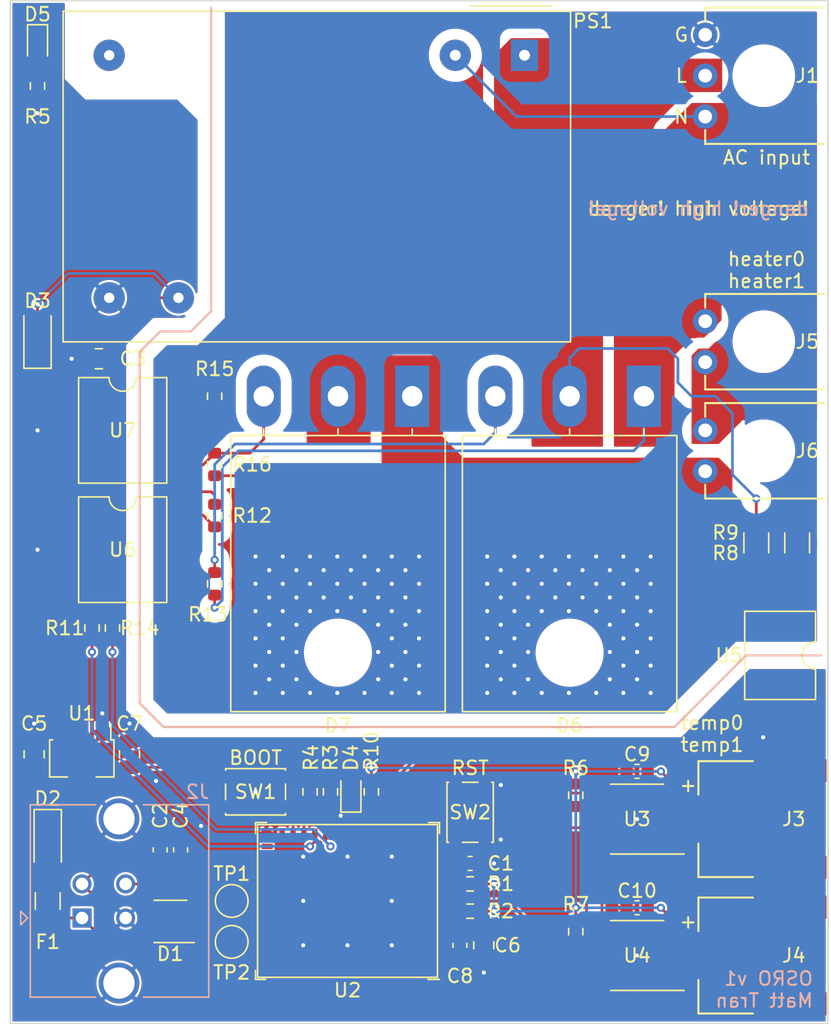
<source format=kicad_pcb>
(kicad_pcb (version 20221018) (generator pcbnew)
  (layers (0 "F.Cu" signal) (31 "B.Cu" signal) (34 "B.Paste" user) (35 "F.Paste" user) (36 "B.SilkS" user "B.Silkscreen") (37 "F.SilkS" user "F.Silkscreen") (38 "B.Mask" user) (39 "F.Mask" user) (44 "Edge.Cuts" user))
  (net 0 "")
  (net 1 "/EN")
  (net 2 "GND")
  (net 3 "/USB_D-")
  (net 4 "Net-(C3-Pad1)")
  (net 5 "/USB_D+")
  (net 6 "+5V")
  (net 7 "+3V3")
  (net 8 "Net-(D1-Pad4)")
  (net 9 "Net-(D2-Pad2)")
  (net 10 "Net-(D4-Pad2)")
  (net 11 "Net-(D5-Pad2)")
  (net 12 "/heater0/T1")
  (net 13 "/120V_HOT")
  (net 14 "Net-(D6-Pad3)")
  (net 15 "/heater1/T1")
  (net 16 "Net-(D7-Pad3)")
  (net 17 "Earth")
  (net 18 "/120V_NEUTRAL")
  (net 19 "/thermocouple0/T+")
  (net 20 "/thermocouple0/T-")
  (net 21 "/thermocouple1/T+")
  (net 22 "/thermocouple1/T-")
  (net 24 "/GPIO2")
  (net 25 "/GPIO8")
  (net 26 "/LED")
  (net 27 "/CS0")
  (net 28 "/CS1")
  (net 29 "Net-(R8-Pad2)")
  (net 30 "Net-(R9-Pad1)")
  (net 31 "/ZCD")
  (net 32 "/HEAT0")
  (net 33 "Net-(R11-Pad2)")
  (net 34 "Net-(R12-Pad2)")
  (net 35 "/HEAT1")
  (net 36 "Net-(R14-Pad2)")
  (net 37 "Net-(R15-Pad2)")
  (net 38 "/GPIO9")
  (net 39 "Net-(TP1-Pad1)")
  (net 40 "Net-(TP2-Pad1)")
  (net 42 "/MISO")
  (net 46 "/SCK")
  (footprint "Capacitor_SMD:C_0805_2012Metric" (layer "F.Cu") (at 155.25 140.25 -90)
    (fp_text reference "C6")
    (fp_text value "10u")
  )
  (footprint "Resistor_SMD:R_1206_3216Metric" (layer "F.Cu") (at 175.25 110.75 90)
    (fp_text reference "R9")
    (fp_text value "10k")
  )
  (footprint "Resistor_SMD:R_0603_1608Metric" (layer "F.Cu") (at 122.5 77.25 90)
    (fp_text reference "R5")
    (fp_text value "10k")
  )
  (footprint "extraparts:Molex_MicroFit+_RH_1row_2pin" (layer "F.Cu") (at 171.5 104 90)
    (fp_text reference "J6")
    (fp_text value "heat1")
  )
  (footprint "Package_DIP:SMDIP-6_W9.53mm_Clearance8mm" (layer "F.Cu") (at 128.75 102.5)
    (fp_text reference "U7")
    (fp_text value "MOC3021SM")
  )
  (footprint "Converter_ACDC:Converter_ACDC_MeanWell_IRM-03-xx_THT" (layer "F.Cu") (at 158.24 75.0025 -90)
    (fp_text reference "PS1")
    (fp_text value "IRM-03-5")
  )
  (footprint "Button_Switch_SMD:SW_SPST_PTS810" (layer "F.Cu") (at 138.5 129)
    (fp_text reference "SW1")
    (fp_text value "BOOT")
  )
  (footprint "extraparts:Molex_MicroFit+_RH_1row_2pin" (layer "F.Cu") (at 171.5 96 90)
    (fp_text reference "J5")
    (fp_text value "heat0")
  )
  (footprint "extraparts:Molex_DuraClik_RH_2pin" (layer "F.Cu") (at 180.5 141 90)
    (fp_text reference "J4")
    (fp_text value "temp1")
  )
  (footprint "Fuse:Fuse_1206_3216Metric" (layer "F.Cu") (at 123.25 137 90)
    (fp_text reference "F1")
    (fp_text value "500mA")
  )
  (footprint "Capacitor_SMD:C_0805_2012Metric" (layer "F.Cu") (at 129.25 126.25 90)
    (fp_text reference "C7")
    (fp_text value "10u")
  )
  (footprint "Package_TO_SOT_SMD:SOT-143" (layer "F.Cu") (at 132.25 138.5 180)
    (fp_text reference "D1")
    (fp_text value "PRTR5V0U2X")
  )
  (footprint "Capacitor_SMD:C_0603_1608Metric" (layer "F.Cu") (at 154.25 134.25)
    (fp_text reference "C1")
    (fp_text value "1u")
  )
  (footprint "Package_TO_SOT_THT:TO-3P-3_Horizontal_TabDown" (layer "F.Cu") (at 150 100 180)
    (fp_text reference "D7")
    (fp_text value "BTA41-600B")
  )
  (footprint "Resistor_SMD:R_0603_1608Metric" (layer "F.Cu") (at 147 129 -90)
    (fp_text reference "R10")
    (fp_text value "10k")
  )
  (footprint "Capacitor_SMD:C_0603_1608Metric" (layer "F.Cu") (at 133 133.25 90)
    (fp_text reference "C4")
    (fp_text value "22p")
  )
  (footprint "LED_SMD:LED_0603_1608Metric" (layer "F.Cu") (at 145.5 129 90)
    (fp_text reference "D4")
    (fp_text value "LED")
  )
  (footprint "Resistor_SMD:R_1206_3216Metric" (layer "F.Cu") (at 178.25 110.75 -90)
    (fp_text reference "R8")
    (fp_text value "10k")
  )
  (footprint "Resistor_SMD:R_0603_1608Metric" (layer "F.Cu") (at 154.25 137.75 180)
    (fp_text reference "R2")
    (fp_text value "10k")
  )
  (footprint "extraparts:Molex_MicroFit+_RH_1row_3pin" (layer "F.Cu") (at 171.5 76.5 90)
    (fp_text reference "J1")
    (fp_text value "120V")
  )
  (footprint "Resistor_SMD:R_0603_1608Metric" (layer "F.Cu") (at 135.5 113.75 -90)
    (fp_text reference "R13")
    (fp_text value "10k")
  )
  (footprint "Capacitor_SMD:C_0603_1608Metric" (layer "F.Cu") (at 166.5 127.5 180)
    (fp_text reference "C9")
    (fp_text value "100n")
  )
  (footprint "LED_SMD:LED_0603_1608Metric" (layer "F.Cu") (at 122.5 74.25 -90)
    (fp_text reference "D5")
    (fp_text value "PWR")
  )
  (footprint "Resistor_SMD:R_0603_1608Metric" (layer "F.Cu") (at 144 129 90)
    (fp_text reference "R4")
    (fp_text value "100")
  )
  (footprint "Capacitor_SMD:C_0805_2012Metric" (layer "F.Cu") (at 122.25 126.25 90)
    (fp_text reference "C5")
    (fp_text value "10u")
  )
  (footprint "TestPoint:TestPoint_Pad_D2.0mm" (layer "F.Cu") (at 136.75 140)
    (fp_text reference "TP2")
    (fp_text value "TX")
  )
  (footprint "Capacitor_SMD:C_0603_1608Metric" (layer "F.Cu") (at 166.5 137.5 180)
    (fp_text reference "C10")
    (fp_text value "100n")
  )
  (footprint "Capacitor_SMD:C_0805_2012Metric" (layer "F.Cu") (at 127 97.25 180)
    (fp_text reference "C3")
    (fp_text value "10u")
  )
  (footprint "TestPoint:TestPoint_Pad_D2.0mm" (layer "F.Cu") (at 136.75 137)
    (fp_text reference "TP1")
    (fp_text value "RX")
  )
  (footprint "Package_DIP:SMDIP-4_W9.53mm_Clearance8mm" (layer "F.Cu") (at 177 119 -90)
    (fp_text reference "U5")
    (fp_text value "SFH620A-2X007T")
  )
  (footprint "Diode_SMD:D_SOD-123F" (layer "F.Cu") (at 122.5 95.75 90)
    (fp_text reference "D3")
    (fp_text value "1A")
  )
  (footprint "Resistor_SMD:R_0603_1608Metric" (layer "F.Cu") (at 162 139.25 90)
    (fp_text reference "R7")
    (fp_text value "10k")
  )
  (footprint "Espressif:ESP32-C3-MINI-1U" (layer "F.Cu") (at 145.25 137 180)
    (fp_text reference "U2")
    (fp_text value "ESP32-C3-MINI-1U")
  )
  (footprint "Resistor_SMD:R_0603_1608Metric" (layer "F.Cu") (at 135.5 100 -90)
    (fp_text reference "R15")
    (fp_text value "22")
  )
  (footprint "Resistor_SMD:R_0603_1608Metric" (layer "F.Cu") (at 154.25 135.75 180)
    (fp_text reference "R1")
    (fp_text value "10k")
  )
  (footprint "Package_TO_SOT_THT:TO-3P-3_Horizontal_TabDown" (layer "F.Cu") (at 167 100 180)
    (fp_text reference "D6")
    (fp_text value "BTA41-600B")
  )
  (footprint "Package_DIP:SMDIP-6_W9.53mm_Clearance8mm" (layer "F.Cu") (at 128.75 111.25)
    (fp_text reference "U6")
    (fp_text value "MOC3021SM")
  )
  (footprint "Package_TO_SOT_SMD:SOT-89-3" (layer "F.Cu") (at 125.75 126.25 -90)
    (fp_text reference "U1")
    (fp_text value "AZ1117CR-3.3")
  )
  (footprint "Package_SO:SO-8_3.9x4.9mm_P1.27mm" (layer "F.Cu") (at 166.5 131 180)
    (fp_text reference "U3")
    (fp_text value "MAX6675")
  )
  (footprint "Package_SO:SO-8_3.9x4.9mm_P1.27mm" (layer "F.Cu") (at 166.5 141 180)
    (fp_text reference "U4")
    (fp_text value "MAX6675")
  )
  (footprint "Diode_SMD:D_SOD-123F" (layer "F.Cu") (at 123.25 132.5 -90)
    (fp_text reference "D2")
    (fp_text value "1A")
  )
  (footprint "Button_Switch_SMD:SW_SPST_PTS810" (layer "F.Cu") (at 154.25 130.5 -90)
    (fp_text reference "SW2")
    (fp_text value "RST")
  )
  (footprint "Capacitor_SMD:C_0603_1608Metric" (layer "F.Cu") (at 131.5 133.25 90)
    (fp_text reference "C2")
    (fp_text value "22p")
  )
  (footprint "Resistor_SMD:R_0603_1608Metric" (layer "F.Cu") (at 142.5 129 -90)
    (fp_text reference "R3")
    (fp_text value "10k")
  )
  (footprint "Resistor_SMD:R_0603_1608Metric" (layer "F.Cu") (at 128 117 90)
    (fp_text reference "R14")
    (fp_text value "100")
  )
  (footprint "extraparts:Molex_DuraClik_RH_2pin" (layer "F.Cu") (at 180.5 131 90)
    (fp_text reference "J3")
    (fp_text value "temp0")
  )
  (footprint "Capacitor_SMD:C_0603_1608Metric" (layer "F.Cu") (at 153.5 140.25 -90)
    (fp_text reference "C8")
    (fp_text value "100n")
  )
  (footprint "Resistor_SMD:R_0603_1608Metric" (layer "F.Cu") (at 135.5 108.75 -90)
    (fp_text reference "R12")
    (fp_text value "22")
  )
  (footprint "Resistor_SMD:R_0603_1608Metric" (layer "F.Cu") (at 135.5 105 -90)
    (fp_text reference "R16")
    (fp_text value "10k")
  )
  (footprint "Resistor_SMD:R_0603_1608Metric" (layer "F.Cu") (at 126.5 117 90)
    (fp_text reference "R11")
    (fp_text value "100")
  )
  (footprint "Resistor_SMD:R_0603_1608Metric" (layer "F.Cu") (at 162 129.25 90)
    (fp_text reference "R6")
    (fp_text value "10k")
  )
  (footprint "Connector_USB:USB_B_TE_5787834_Vertical" (layer "B.Cu") (at 125.7675 138.25 -90)
    (fp_text reference "J2")
    (fp_text value "USB_B")
  )
  (gr_line (start 131.75 124.25) (end 169.25 124.25) (stroke (width 0.15)) (layer "B.SilkS"))
  (gr_line (start 135.25 71.5) (end 135.25 93.75) (stroke (width 0.15)) (layer "B.SilkS"))
  (gr_line (start 135.25 93.75) (end 133.75 95.25) (stroke (width 0.15)) (layer "B.SilkS"))
  (gr_line (start 133.75 95.25) (end 131.5 95.25) (stroke (width 0.15)) (layer "B.SilkS"))
  (gr_line (start 135.25 71.5) (end 135.25 93.75) (stroke (width 0.15)) (layer "B.SilkS"))
  (gr_line (start 130 122.5) (end 131.75 124.25) (stroke (width 0.15)) (layer "B.SilkS"))
  (gr_line (start 131.5 95.25) (end 130 96.75) (stroke (width 0.15)) (layer "B.SilkS"))
  (gr_line (start 174.5 119) (end 180 119) (stroke (width 0.15)) (layer "B.SilkS"))
  (gr_line (start 131.5 95.25) (end 130 96.75) (stroke (width 0.15)) (layer "B.SilkS"))
  (gr_line (start 130 96.75) (end 130 122.5) (stroke (width 0.15)) (layer "B.SilkS"))
  (gr_line (start 133.75 95.25) (end 131.5 95.25) (stroke (width 0.15)) (layer "B.SilkS"))
  (gr_line (start 130 96.75) (end 130 122.5) (stroke (width 0.15)) (layer "B.SilkS"))
  (gr_line (start 169.25 124.25) (end 174.5 119) (stroke (width 0.15)) (layer "B.SilkS"))
  (gr_line (start 135.25 93.75) (end 133.75 95.25) (stroke (width 0.15)) (layer "B.SilkS"))
  (gr_line (start 130 122.5) (end 131.75 124.25) (stroke (width 0.15)) (layer "B.SilkS"))
  (gr_line (start 169.25 124.25) (end 174.5 119) (stroke (width 0.15)) (layer "B.SilkS"))
  (gr_line (start 174.5 119) (end 180 119) (stroke (width 0.15)) (layer "B.SilkS"))
  (gr_line (start 131.75 124.25) (end 169.25 124.25) (stroke (width 0.15)) (layer "B.SilkS"))
  (gr_line (start 145.75 124.25) (end 160.25 124.25) (stroke (width 0.15)) (layer "F.SilkS"))
  (gr_line (start 131.75 124.25) (end 143.25 124.25) (stroke (width 0.15)) (layer "F.SilkS"))
  (gr_line (start 130 118) (end 130 122.5) (stroke (width 0.15)) (layer "F.SilkS"))
  (gr_line (start 163 124.25) (end 169.25 124.25) (stroke (width 0.15)) (layer "F.SilkS"))
  (gr_line (start 170.5 123) (end 173.5 120) (stroke (width 0.15)) (layer "F.SilkS"))
  (gr_line (start 130 122.5) (end 131.75 124.25) (stroke (width 0.15)) (layer "F.SilkS"))
  (gr_rect (start 120.5 71) (end 180.5 146) (stroke (width 0.1)) (fill none) (layer "Edge.Cuts"))
  (gr_text "OSRO v1\nMatt Tran" (at 179.5 143.5) (layer "B.SilkS") (effects (font (size 1 1)) (justify left mirror)))
  (gr_text "danger! high voltage!" (at 171 86.25) (layer "B.SilkS") (effects (font (size 1 1)) (justify mirror)))
  (gr_text "RST" (at 154.25 127.25) (layer "F.SilkS") (effects (font (size 1 1))))
  (gr_text "danger! high voltage!" (at 171 86.25) (layer "F.SilkS") (effects (font (size 1 1))))
  (gr_text "L" (at 169.75 76.5) (layer "F.SilkS") (effects (font (size 1 1))))
  (gr_text "G" (at 169.75 73.5) (layer "F.SilkS") (effects (font (size 1 1))))
  (gr_text "+" (at 170.25 138.5) (layer "F.SilkS") (effects (font (size 1 1))))
  (gr_text "N" (at 169.75 79.5) (layer "F.SilkS") (effects (font (size 1 1))))
  (gr_text "AC input" (at 176 82.5) (layer "F.SilkS") (effects (font (size 1 1))))
  (gr_text "heater0\nheater1" (at 176 90.75) (layer "F.SilkS") (effects (font (size 1 1))))
  (gr_text "+" (at 170.25 128.5) (layer "F.SilkS") (effects (font (size 1 1))))
  (gr_text "temp0\ntemp1" (at 172 124.75) (layer "F.SilkS") (effects (font (size 1 1))))
  (gr_text "BOOT" (at 138.5 126.5) (layer "F.SilkS") (effects (font (size 1 1))))
  (segment (start 151.9 135.4) (end 152.25 135.75) (width 0.2) (layer "F.Cu") (net 1))
  (segment (start 153.475 134.25) (end 153.475 135.7) (width 0.2) (layer "F.Cu") (net 1))
  (segment (start 153.175 133.95) (end 153.475 134.25) (width 0.2) (layer "F.Cu") (net 1))
  (segment (start 151.15 135.4) (end 151.9 135.4) (width 0.2) (layer "F.Cu") (net 1))
  (segment (start 152.25 135.75) (end 153.425 135.75) (width 0.2) (layer "F.Cu") (net 1))
  (segment (start 153.175 132.575) (end 153.175 133.95) (width 0.2) (layer "F.Cu") (net 1))
  (segment (start 153.475 135.7) (end 153.425 135.75) (width 0.2) (layer "F.Cu") (net 1))
  (via (at 156 134.25) (size 0.6) (drill 0.3) (layers "F.Cu" "B.Cu") (net 2))
  (via (at 142 133.75) (size 0.6) (drill 0.3) (layers "F.Cu" "B.Cu") (net 2))
  (via (at 144.75 130.75) (size 0.6) (drill 0.3) (layers "F.Cu" "B.Cu") (net 2))
  (via (at 138.5 129) (size 0.6) (drill 0.3) (layers "F.Cu" "B.Cu") (net 2))
  (via (at 145.25 133.75) (size 0.6) (drill 0.3) (layers "F.Cu" "B.Cu") (net 2))
  (via (at 142 140.25) (size 0.6) (drill 0.3) (layers "F.Cu" "B.Cu") (net 2))
  (via (at 166.5 141) (size 0.6) (drill 0.3) (layers "F.Cu" "B.Cu") (net 2))
  (via (at 122.5 79.25) (size 0.6) (drill 0.3) (layers "F.Cu" "B.Cu") (net 2))
  (via (at 131.2 128.2) (size 0.6) (drill 0.3) (layers "F.Cu" "B.Cu") (net 2))
  (via (at 156.5 132.5) (size 0.6) (drill 0.3) (layers "F.Cu" "B.Cu") (net 2))
  (via (at 145.25 140.25) (size 0.6) (drill 0.3) (layers "F.Cu" "B.Cu") (net 2))
  (via (at 175.75 125) (size 0.6) (drill 0.3) (layers "F.Cu" "B.Cu") (net 2))
  (via (at 148.5 133.75) (size 0.6) (drill 0.3) (layers "F.Cu" "B.Cu") (net 2))
  (via (at 166.5 131) (size 0.6) (drill 0.3) (layers "F.Cu" "B.Cu") (net 2))
  (via (at 125 97.25) (size 0.6) (drill 0.3) (layers "F.Cu" "B.Cu") (net 2))
  (via (at 122.25 124) (size 0.6) (drill 0.3) (layers "F.Cu" "B.Cu") (net 2))
  (via (at 148.5 140.25) (size 0.6) (drill 0.3) (layers "F.Cu" "B.Cu") (net 2))
  (via (at 122.5 102.5) (size 0.6) (drill 0.3) (layers "F.Cu" "B.Cu") (net 2))
  (via (at 134.5 131.5) (size 0.6) (drill 0.3) (layers "F.Cu" "B.Cu") (net 2))
  (via (at 156.5 128.5) (size 0.6) (drill 0.3) (layers "F.Cu" "B.Cu") (net 2))
  (via (at 142 137) (size 0.6) (drill 0.3) (layers "F.Cu" "B.Cu") (net 2))
  (via (at 122.5 111.25) (size 0.6) (drill 0.3) (layers "F.Cu" "B.Cu") (net 2))
  (via (at 148.5 137) (size 0.6) (drill 0.3) (layers "F.Cu" "B.Cu") (net 2))
  (via (at 127.25 123.25) (size 0.6) (drill 0.3) (layers "F.Cu" "B.Cu") (net 2))
  (via (at 155.25 142.25) (size 0.6) (drill 0.3) (layers "F.Cu" "B.Cu") (net 2))
  (via (at 129.25 124) (size 0.6) (drill 0.3) (layers "F.Cu" "B.Cu") (net 2))
  (segment (start 125.7675 135.75) (end 126.7675 136.75) (width 0.2) (layer "F.Cu") (net 3))
  (segment (start 127.4925 134.025) (end 131.5 134.025) (width 0.2) (layer "F.Cu") (net 3))
  (segment (start 130.9 137.55) (end 131.15 137.55) (width 0.2) (layer "F.Cu") (net 3))
  (segment (start 130.1 136.75) (end 130.9 137.55) (width 0.2) (layer "F.Cu") (net 3))
  (segment (start 139.35 133.8) (end 134.425 133.8) (width 0.2) (layer "F.Cu") (net 3))
  (segment (start 133.875 133.25) (end 132.275 133.25) (width 0.2) (layer "F.Cu") (net 3))
  (segment (start 132.275 133.25) (end 131.5 134.025) (width 0.2) (layer "F.Cu") (net 3))
  (segment (start 126.7675 136.75) (end 130.1 136.75) (width 0.2) (layer "F.Cu") (net 3))
  (segment (start 134.425 133.8) (end 133.875 133.25) (width 0.2) (layer "F.Cu") (net 3))
  (segment (start 125.7675 135.75) (end 127.4925 134.025) (width 0.2) (layer "F.Cu") (net 3))
  (segment (start 122.5 94.35) (end 122.5 93.25) (width 0.2) (layer "F.Cu") (net 4))
  (segment (start 127.95 96.046155) (end 131.213655 92.7825) (width 0.2) (layer "F.Cu") (net 4))
  (segment (start 127.95 97.25) (end 127.95 96.046155) (width 0.2) (layer "F.Cu") (net 4))
  (segment (start 131.213655 92.7825) (end 132.84 92.7825) (width 0.2) (layer "F.Cu") (net 4))
  (via (at 122.5 93.25) (size 0.6) (drill 0.3) (layers "F.Cu" "B.Cu") (net 4))
  (segment (start 122.5 93.25) (end 124.75 91) (width 0.2) (layer "B.Cu") (net 4))
  (segment (start 131.0575 91) (end 132.84 92.7825) (width 0.2) (layer "B.Cu") (net 4))
  (segment (start 124.75 91) (end 131.0575 91) (width 0.2) (layer "B.Cu") (net 4))
  (segment (start 134.4 134.6) (end 134 135) (width 0.2) (layer "F.Cu") (net 5))
  (segment (start 139.35 134.6) (end 134.4 134.6) (width 0.2) (layer "F.Cu") (net 5))
  (segment (start 133.25 137.45) (end 133.25 135.75) (width 0.2) (layer "F.Cu") (net 5))
  (segment (start 133.25 135.75) (end 128.9675 135.75) (width 0.2) (layer "F.Cu") (net 5))
  (segment (start 133 134.025) (end 133.025 134.025) (width 0.2) (layer "F.Cu") (net 5))
  (segment (start 134 135) (end 133.25 135.75) (width 0.2) (layer "F.Cu") (net 5))
  (segment (start 133.35 137.55) (end 133.25 137.45) (width 0.2) (layer "F.Cu") (net 5))
  (segment (start 133.025 134.025) (end 134 135) (width 0.2) (layer "F.Cu") (net 5))
  (segment (start 122.5 97.15) (end 121.25 97.15) (width 0.2) (layer "F.Cu") (net 6))
  (segment (start 124.25 126.5) (end 123.55 127.2) (width 0.2) (layer "F.Cu") (net 6))
  (segment (start 124.25 124.6) (end 124.25 126.5) (width 0.2) (layer "F.Cu") (net 6))
  (segment (start 123.55 127.2) (end 123.3 127.2) (width 0.2) (layer "F.Cu") (net 6))
  (segment (start 122.25 127.2) (end 121.25 126.2) (width 0.2) (layer "F.Cu") (net 6))
  (segment (start 121.25 126.2) (end 121.25 97.15) (width 0.2) (layer "F.Cu") (net 6))
  (segment (start 123.25 131.1) (end 123.25 127.25) (width 0.2) (layer "F.Cu") (net 6))
  (segment (start 123.3 127.2) (end 122.25 127.2) (width 0.2) (layer "F.Cu") (net 6))
  (segment (start 123.25 127.25) (end 123.3 127.2) (width 0.2) (layer "F.Cu") (net 6))
  (segment (start 121.25 79.325) (end 122.5 78.075) (width 0.2) (layer "F.Cu") (net 6))
  (segment (start 121.25 97.15) (end 121.25 79.325) (width 0.2) (layer "F.Cu") (net 6))
  (segment (start 129.25 127.2) (end 142.55 127.2) (width 0.2) (layer "F.Cu") (net 7))
  (segment (start 125.75 124.6875) (end 125.75 127.25) (width 0.2) (layer "F.Cu") (net 7))
  (segment (start 125.75 127.25) (end 129.2 127.25) (width 0.2) (layer "F.Cu") (net 7))
  (segment (start 146.95 127.2) (end 147 127.25) (width 0.2) (layer "F.Cu") (net 7))
  (segment (start 153.425 139.4) (end 153.5 139.475) (width 0.2) (layer "F.Cu") (net 7))
  (segment (start 155.075 139.475) (end 155.25 139.3) (width 0.2) (layer "F.Cu") (net 7))
  (segment (start 153.5 139.475) (end 155.075 139.475) (width 0.2) (layer "F.Cu") (net 7))
  (segment (start 167.275 137.5) (end 168.25 137.5) (width 0.2) (layer "F.Cu") (net 7))
  (segment (start 169.075 138.325) (end 168.25 137.5) (width 0.2) (layer "F.Cu") (net 7))
  (segment (start 155.075 137.75) (end 156 137.75) (width 0.2) (layer "F.Cu") (net 7))
  (segment (start 151.15 139.4) (end 153.425 139.4) (width 0.2) (layer "F.Cu") (net 7))
  (segment (start 142.5 127.25) (end 142.55 127.2) (width 0.2) (layer "F.Cu") (net 7))
  (segment (start 155.075 137.75) (end 155.075 139.125) (width 0.2) (layer "F.Cu") (net 7))
  (segment (start 129.2 127.25) (end 129.25 127.2) (width 0.2) (layer "F.Cu") (net 7))
  (segment (start 155.075 139.125) (end 155.25 139.3) (width 0.2) (layer "F.Cu") (net 7))
  (segment (start 169.075 128.325) (end 168.25 127.5) (width 0.2) (layer "F.Cu") (net 7))
  (segment (start 162 128.425) (end 162 127.5) (width 0.2) (layer "F.Cu") (net 7))
  (segment (start 169.075 139.095) (end 169.075 138.325) (width 0.2) (layer "F.Cu") (net 7))
  (segment (start 142.55 127.2) (end 146.95 127.2) (width 0.2) (layer "F.Cu") (net 7))
  (segment (start 142.5 128.175) (end 142.5 127.25) (width 0.2) (layer "F.Cu") (net 7))
  (segment (start 162 138.425) (end 162 137.5) (width 0.2) (layer "F.Cu") (net 7))
  (segment (start 155.075 135.75) (end 156 135.75) (width 0.2) (layer "F.Cu") (net 7))
  (segment (start 167.275 127.5) (end 168.25 127.5) (width 0.2) (layer "F.Cu") (net 7))
  (segment (start 169.075 129.095) (end 169.075 128.325) (width 0.2) (layer "F.Cu") (net 7))
  (segment (start 147 128.175) (end 147 127.25) (width 0.2) (layer "F.Cu") (net 7))
  (via (at 168.25 127.5) (size 0.6) (drill 0.3) (layers "F.Cu" "B.Cu") (net 7))
  (via (at 162 137.5) (size 0.6) (drill 0.3) (layers "F.Cu" "B.Cu") (net 7))
  (via (at 168.25 137.5) (size 0.6) (drill 0.3) (layers "F.Cu" "B.Cu") (net 7))
  (via (at 156 137.75) (size 0.6) (drill 0.3) (layers "F.Cu" "B.Cu") (net 7))
  (via (at 156 135.75) (size 0.6) (drill 0.3) (layers "F.Cu" "B.Cu") (net 7))
  (via (at 162 127.5) (size 0.6) (drill 0.3) (layers "F.Cu" "B.Cu") (net 7))
  (via (at 147 127.25) (size 0.6) (drill 0.3) (layers "F.Cu" "B.Cu") (net 7))
  (segment (start 162 137.5) (end 162 127.5) (width 0.2) (layer "B.Cu") (net 7))
  (segment (start 162 137.5) (end 168.25 137.5) (width 0.2) (layer "B.Cu") (net 7))
  (segment (start 162 127.5) (end 168.25 127.5) (width 0.2) (layer "B.Cu") (net 7))
  (segment (start 156 137.75) (end 156 135.75) (width 0.2) (layer "B.Cu") (net 7))
  (segment (start 156 137.75) (end 161.75 137.75) (width 0.2) (layer "B.Cu") (net 7))
  (segment (start 147 127.25) (end 161.75 127.25) (width 0.2) (layer "B.Cu") (net 7))
  (segment (start 161.75 137.75) (end 162 137.5) (width 0.2) (layer "B.Cu") (net 7))
  (segment (start 161.75 127.25) (end 162 127.5) (width 0.2) (layer "B.Cu") (net 7))
  (segment (start 123.4 138.25) (end 123.25 138.4) (width 0.2) (layer "F.Cu") (net 8))
  (segment (start 131.15 139.45) (end 126.9675 139.45) (width 0.2) (layer "F.Cu") (net 8))
  (segment (start 126.9675 139.45) (end 125.7675 138.25) (width 0.2) (layer "F.Cu") (net 8))
  (segment (start 125.7675 138.25) (end 123.4 138.25) (width 0.2) (layer "F.Cu") (net 8))
  (segment (start 123.25 133.9) (end 123.25 135.6) (width 0.2) (layer "F.Cu") (net 9))
  (segment (start 144 128.175) (end 145.4625 128.175) (width 0.2) (layer "F.Cu") (net 10))
  (segment (start 145.4625 128.175) (end 145.5 128.2125) (width 0.2) (layer "F.Cu") (net 10))
  (segment (start 122.5 75.0375) (end 122.5 76.425) (width 0.2) (layer "F.Cu") (net 11))
  (segment (start 135.5 114.575) (end 135.5 115.5) (width 0.2) (layer "F.Cu") (net 12))
  (via (at 135.5 115.5) (size 0.6) (drill 0.3) (layers "F.Cu" "B.Cu") (net 12))
  (segment (start 135.5 115.5) (end 136.059511 114.940489) (width 0.2) (layer "B.Cu") (net 12))
  (segment (start 167 103.25) (end 167 100) (width 0.2) (layer "B.Cu") (net 12))
  (segment (start 166.25 104) (end 167 103.25) (width 0.2) (layer "B.Cu") (net 12))
  (segment (start 136.059511 105.190489) (end 137.25 104) (width 0.2) (layer "B.Cu") (net 12))
  (segment (start 136.059511 114.940489) (end 136.059511 105.190489) (width 0.2) (layer "B.Cu") (net 12))
  (segment (start 137.25 104) (end 166.25 104) (width 0.2) (layer "B.Cu") (net 12))
  (segment (start 135.5 99.175) (end 135.5 96.75) (width 0.2) (layer "F.Cu") (net 13))
  (segment (start 131.75 97.75) (end 132.75 96.75) (width 0.2) (layer "F.Cu") (net 13))
  (segment (start 135.5 107.25) (end 135.25 107) (width 0.2) (layer "F.Cu") (net 13))
  (segment (start 135.25 107) (end 132.5 107) (width 0.2) (layer "F.Cu") (net 13))
  (segment (start 132.5 107) (end 131.75 106.25) (width 0.2) (layer "F.Cu") (net 13))
  (segment (start 144 96.75) (end 144.55 97.3) (width 0.2) (layer "F.Cu") (net 13))
  (segment (start 175.25 109.2875) (end 175.25 107.5) (width 0.2) (layer "F.Cu") (net 13))
  (segment (start 135.5 107.925) (end 135.5 107.25) (width 0.2) (layer "F.Cu") (net 13))
  (segment (start 135.5 96.75) (end 144 96.75) (width 0.2) (layer "F.Cu") (net 13))
  (segment (start 131.75 106.25) (end 131.75 97.75) (width 0.2) (layer "F.Cu") (net 13))
  (segment (start 144.55 97.3) (end 144.55 100) (width 0.2) (layer "F.Cu") (net 13))
  (segment (start 132.75 96.75) (end 135.5 96.75) (width 0.2) (layer "F.Cu") (net 13))
  (via (at 175.25 107.5) (size 0.6) (drill 0.3) (layers "F.Cu" "B.Cu") (net 13))
  (segment (start 173.5 101.25) (end 172.25 100) (width 0.2) (layer "B.Cu") (net 13))
  (segment (start 175.25 107.5) (end 173.5 105.75) (width 0.2) (layer "B.Cu") (net 13))
  (segment (start 161.55 97.2) (end 161.55 100) (width 0.2) (layer "B.Cu") (net 13))
  (segment (start 168.75 96.5) (end 162.25 96.5) (width 0.2) (layer "B.Cu") (net 13))
  (segment (start 162.25 96.5) (end 161.55 97.2) (width 0.2) (layer "B.Cu") (net 13))
  (segment (start 169.5 97.25) (end 168.75 96.5) (width 0.2) (layer "B.Cu") (net 13))
  (segment (start 169.5 99) (end 169.5 97.25) (width 0.2) (layer "B.Cu") (net 13))
  (segment (start 172.25 100) (end 170.5 100) (width 0.2) (layer "B.Cu") (net 13))
  (segment (start 173.5 105.75) (end 173.5 101.25) (width 0.2) (layer "B.Cu") (net 13))
  (segment (start 170.5 100) (end 169.5 99) (width 0.2) (layer "B.Cu") (net 13))
  (segment (start 133.515 113.79) (end 134.635 113.79) (width 0.2) (layer "F.Cu") (net 14))
  (segment (start 135.5 112.925) (end 135.5 112) (width 0.2) (layer "F.Cu") (net 14))
  (segment (start 134.635 113.79) (end 135.5 112.925) (width 0.2) (layer "F.Cu") (net 14))
  (via (at 135.5 112) (size 0.6) (drill 0.3) (layers "F.Cu" "B.Cu") (net 14))
  (segment (start 137 103.5) (end 155.25 103.5) (width 0.2) (layer "B.Cu") (net 14))
  (segment (start 135.5 112) (end 135.5 105) (width 0.2) (layer "B.Cu") (net 14))
  (segment (start 155.25 103.5) (end 156.1 102.65) (width 0.2) (layer "B.Cu") (net 14))
  (segment (start 135.5 105) (end 137 103.5) (width 0.2) (layer "B.Cu") (net 14))
  (segment (start 156.1 102.65) (end 156.1 100) (width 0.2) (layer "B.Cu") (net 14))
  (segment (start 135.5 105.825) (end 148.675 105.825) (width 0.2) (layer "F.Cu") (net 15))
  (segment (start 148.675 105.825) (end 150 104.5) (width 0.2) (layer "F.Cu") (net 15))
  (segment (start 150 104.5) (end 150 100) (width 0.2) (layer "F.Cu") (net 15))
  (segment (start 139.1 103.15) (end 139.1 100) (width 0.2) (layer "F.Cu") (net 16))
  (segment (start 134.635 105.04) (end 135.5 104.175) (width 0.2) (layer "F.Cu") (net 16))
  (segment (start 135.5 104.175) (end 138.075 104.175) (width 0.2) (layer "F.Cu") (net 16))
  (segment (start 133.515 105.04) (end 134.635 105.04) (width 0.2) (layer "F.Cu") (net 16))
  (segment (start 138.075 104.175) (end 139.1 103.15) (width 0.2) (layer "F.Cu") (net 16))
  (via (at 147.5 116.75) (size 0.6) (drill 0.3) (layers "F.Cu" "B.Cu") (net 17))
  (via (at 159.5 115.75) (size 0.6) (drill 0.3) (layers "F.Cu" "B.Cu") (net 17))
  (via (at 143.5 114.75) (size 0.6) (drill 0.3) (layers "F.Cu" "B.Cu") (net 17))
  (via (at 166.5 112.75) (size 0.6) (drill 0.3) (layers "F.Cu" "B.Cu") (net 17))
  (via (at 142.5 111.75) (size 0.6) (drill 0.3) (layers "F.Cu" "B.Cu") (net 17))
  (via (at 166.5 120.75) (size 0.6) (drill 0.3) (layers "F.Cu" "B.Cu") (net 17))
  (via (at 164.5 112.75) (size 0.6) (drill 0.3) (layers "F.Cu" "B.Cu") (net 17))
  (via (at 142.5 121.75) (size 0.6) (drill 0.3) (layers "F.Cu" "B.Cu") (net 17))
  (via (at 157.5 117.75) (size 0.6) (drill 0.3) (layers "F.Cu" "B.Cu") (net 17))
  (via (at 165.5 117.75) (size 0.6) (drill 0.3) (layers "F.Cu" "B.Cu") (net 17))
  (via (at 167.5 113.75) (size 0.6) (drill 0.3) (layers "F.Cu" "B.Cu") (net 17))
  (via (at 148.5 121.75) (size 0.6) (drill 0.3) (layers "F.Cu" "B.Cu") (net 17))
  (via (at 157.5 113.75) (size 0.6) (drill 0.3) (layers "F.Cu" "B.Cu") (net 17))
  (via (at 141.5 112.75) (size 0.6) (drill 0.3) (layers "F.Cu" "B.Cu") (net 17))
  (via (at 138.5 121.75) (size 0.6) (drill 0.3) (layers "F.Cu" "B.Cu") (net 17))
  (via (at 164.5 116.75) (size 0.6) (drill 0.3) (layers "F.Cu" "B.Cu") (net 17))
  (via (at 158.5 114.75) (size 0.6) (drill 0.3) (layers "F.Cu" "B.Cu") (net 17))
  (via (at 140.5 115.75) (size 0.6) (drill 0.3) (layers "F.Cu" "B.Cu") (net 17))
  (via (at 148.5 111.75) (size 0.6) (drill 0.3) (layers "F.Cu" "B.Cu") (net 17))
  (via (at 167.5 121.75) (size 0.6) (drill 0.3) (layers "F.Cu" "B.Cu") (net 17))
  (via (at 158.5 120.75) (size 0.6) (drill 0.3) (layers "F.Cu" "B.Cu") (net 17))
  (via (at 148.5 113.75) (size 0.6) (drill 0.3) (layers "F.Cu" "B.Cu") (net 17))
  (via (at 163.5 111.75) (size 0.6) (drill 0.3) (layers "F.Cu" "B.Cu") (net 17))
  (via (at 150.5 111.75) (size 0.6) (drill 0.3) (layers "F.Cu" "B.Cu") (net 17))
  (via (at 139.5 114.75) (size 0.6) (drill 0.3) (layers "F.Cu" "B.Cu") (net 17))
  (via (at 156.5 118.75) (size 0.6) (drill 0.3) (layers "F.Cu" "B.Cu") (net 17))
  (via (at 146.5 113.75) (size 0.6) (drill 0.3) (layers "F.Cu" "B.Cu") (net 17))
  (via (at 148.5 117.75) (size 0.6) (drill 0.3) (layers "F.Cu" "B.Cu") (net 17))
  (via (at 167.5 111.75) (size 0.6) (drill 0.3) (layers "F.Cu" "B.Cu") (net 17))
  (via (at 160.5 112.75) (size 0.6) (drill 0.3) (layers "F.Cu" "B.Cu") (net 17))
  (via (at 148.5 115.75) (size 0.6) (drill 0.3) (layers "F.Cu" "B.Cu") (net 17))
  (via (at 155.5 119.75) (size 0.6) (drill 0.3) (layers "F.Cu" "B.Cu") (net 17))
  (via (at 139.5 118.75) (size 0.6) (drill 0.3) (layers "F.Cu" "B.Cu") (net 17))
  (via (at 141.5 120.75) (size 0.6) (drill 0.3) (layers "F.Cu" "B.Cu") (net 17))
  (via (at 138.5 119.75) (size 0.6) (drill 0.3) (layers "F.Cu" "B.Cu") (net 17))
  (via (at 163.5 115.75) (size 0.6) (drill 0.3) (layers "F.Cu" "B.Cu") (net 17))
  (via (at 150.5 121.75) (size 0.6) (drill 0.3) (layers "F.Cu" "B.Cu") (net 17))
  (via (at 141.5 114.75) (size 0.6) (drill 0.3) (layers "F.Cu" "B.Cu") (net 17))
  (via (at 149.5 120.75) (size 0.6) (drill 0.3) (layers "F.Cu" "B.Cu") (net 17))
  (via (at 145.5 114.75) (size 0.6) (drill 0.3) (layers "F.Cu" "B.Cu") (net 17))
  (via (at 161.5 113.75) (size 0.6) (drill 0.3) (layers "F.Cu" "B.Cu") (net 17))
  (via (at 138.5 111.75) (size 0.6) (drill 0.3) (layers "F.Cu" "B.Cu") (net 17))
  (via (at 166.5 118.75) (size 0.6) (drill 0.3) (layers "F.Cu" "B.Cu") (net 17))
  (via (at 156.5 120.75) (size 0.6) (drill 0.3) (layers "F.Cu" "B.Cu") (net 17))
  (via (at 144.5 111.75) (size 0.6) (drill 0.3) (layers "F.Cu" "B.Cu") (net 17))
  (via (at 140.5 117.75) (size 0.6) (drill 0.3) (layers "F.Cu" "B.Cu") (net 17))
  (via (at 156.5 116.75) (size 0.6) (drill 0.3) (layers "F.Cu" "B.Cu") (net 17))
  (via (at 167.5 115.75) (size 0.6) (drill 0.3) (layers "F.Cu" "B.Cu") (net 17))
  (via (at 140.5 119.75) (size 0.6) (drill 0.3) (layers "F.Cu" "B.Cu") (net 17))
  (via (at 150.5 117.75) (size 0.6) (drill 0.3) (layers "F.Cu" "B.Cu") (net 17))
  (via (at 155.5 115.75) (size 0.6) (drill 0.3) (layers "F.Cu" "B.Cu") (net 17))
  (via (at 157.5 119.75) (size 0.6) (drill 0.3) (layers "F.Cu" "B.Cu") (net 17))
  (via (at 147.5 118.75) (size 0.6) (drill 0.3) (layers "F.Cu" "B.Cu") (net 17))
  (via (at 167.5 117.75) (size 0.6) (drill 0.3) (layers "F.Cu" "B.Cu") (net 17))
  (via (at 138.5 117.75) (size 0.6) (drill 0.3) (layers "F.Cu" "B.Cu") (net 17))
  (via (at 160.5 114.75) (size 0.6) (drill 0.3) (layers "F.Cu" "B.Cu") (net 17))
  (via (at 155.5 121.75) (size 0.6) (drill 0.3) (layers "F.Cu" "B.Cu") (net 17))
  (via (at 155.5 117.75) (size 0.6) (drill 0.3) (layers "F.Cu" "B.Cu") (net 17))
  (via (at 156.5 114.75) (size 0.6) (drill 0.3) (layers "F.Cu" "B.Cu") (net 17))
  (via (at 140.5 113.75) (size 0.6) (drill 0.3) (layers "F.Cu" "B.Cu") (net 17))
  (via (at 155.5 113.75) (size 0.6) (drill 0.3) (layers "F.Cu" "B.Cu") (net 17))
  (via (at 147.5 112.75) (size 0.6) (drill 0.3) (layers "F.Cu" "B.Cu") (net 17))
  (via (at 147.5 120.75) (size 0.6) (drill 0.3) (layers "F.Cu" "B.Cu") (net 17))
  (via (at 164.5 120.75) (size 0.6) (drill 0.3) (layers "F.Cu" "B.Cu") (net 17))
  (via (at 147.5 114.75) (size 0.6) (drill 0.3) (layers "F.Cu" "B.Cu") (net 17))
  (via (at 157.5 111.75) (size 0.6) (drill 0.3) (layers "F.Cu" "B.Cu") (net 17))
  (via (at 155.5 111.75) (size 0.6) (drill 0.3) (layers "F.Cu" "B.Cu") (net 17))
  (via (at 159.5 113.75) (size 0.6) (drill 0.3) (layers "F.Cu" "B.Cu") (net 17))
  (via (at 167.5 119.75) (size 0.6) (drill 0.3) (layers "F.Cu" "B.Cu") (net 17))
  (via (at 165.5 111.75) (size 0.6) (drill 0.3) (layers "F.Cu" "B.Cu") (net 17))
  (via (at 150.5 113.75) (size 0.6) (drill 0.3) (layers "F.Cu" "B.Cu") (net 17))
  (via (at 164.5 118.75) (size 0.6) (drill 0.3) (layers "F.Cu" "B.Cu") (net 17))
  (via (at 159.5 111.75) (size 0.6) (drill 0.3) (layers "F.Cu" "B.Cu") (net 17))
  (via (at 140.5 121.75) (size 0.6) (drill 0.3) (layers "F.Cu" "B.Cu") (net 17))
  (via (at 166.5 116.75) (size 0.6) (drill 0.3) (layers "F.Cu" "B.Cu") (net 17))
  (via (at 141.5 118.75) (size 0.6) (drill 0.3) (layers "F.Cu" "B.Cu") (net 17))
  (via (at 162.5 114.75) (size 0.6) (drill 0.3) (layers "F.Cu" "B.Cu") (net 17))
  (via (at 142.5 113.75) (size 0.6) (drill 0.3) (layers "F.Cu" "B.Cu") (net 17))
  (via (at 158.5 118.75) (size 0.6) (drill 0.3) (layers "F.Cu" "B.Cu") (net 17))
  (via (at 140.5 111.75) (size 0.6) (drill 0.3) (layers "F.Cu" "B.Cu") (net 17))
  (via (at 163.5 113.75) (size 0.6) (drill 0.3) (layers "F.Cu" "B.Cu") (net 17))
  (via (at 163.5 121.75) (size 0.6) (drill 0.3) (layers "F.Cu" "B.Cu") (net 17))
  (via (at 165.5 113.75) (size 0.6) (drill 0.3) (layers "F.Cu" "B.Cu") (net 17))
  (via (at 146.5 121.75) (size 0.6) (drill 0.3) (layers "F.Cu" "B.Cu") (net 17))
  (via (at 149.5 118.75) (size 0.6) (drill 0.3) (layers "F.Cu" "B.Cu") (net 17))
  (via (at 139.5 120.75) (size 0.6) (drill 0.3) (layers "F.Cu" "B.Cu") (net 17))
  (via (at 149.5 114.75) (size 0.6) (drill 0.3) (layers "F.Cu" "B.Cu") (net 17))
  (via (at 162.5 112.75) (size 0.6) (drill 0.3) (layers "F.Cu" "B.Cu") (net 17))
  (via (at 161.5 115.75) (size 0.6) (drill 0.3) (layers "F.Cu" "B.Cu") (net 17))
  (via (at 138.5 113.75) (size 0.6) (drill 0.3) (layers "F.Cu" "B.Cu") (net 17))
  (via (at 165.5 119.75) (size 0.6) (drill 0.3) (layers "F.Cu" "B.Cu") (net 17))
  (via (at 158.5 116.75) (size 0.6) (drill 0.3) (layers "F.Cu" "B.Cu") (net 17))
  (via (at 165.5 121.75) (size 0.6) (drill 0.3) (layers "F.Cu" "B.Cu") (net 17))
  (via (at 142.5 115.75) (size 0.6) (drill 0.3) (layers "F.Cu" "B.Cu") (net 17))
  (via (at 145.5 112.75) (size 0.6) (drill 0.3) (layers "F.Cu" "B.Cu") (net 17))
  (via (at 164.5 114.75) (size 0.6) (drill 0.3) (layers "F.Cu" "B.Cu") (net 17))
  (via (at 166.5 114.75) (size 0.6) (drill 0.3) (layers "F.Cu" "B.Cu") (net 17))
  (via (at 156.5 112.75) (size 0.6) (drill 0.3) (layers "F.Cu" "B.Cu") (net 17))
  (via (at 144.5 115.75) (size 0.6) (drill 0.3) (layers "F.Cu" "B.Cu") (net 17))
  (via (at 139.5 116.75) (size 0.6) (drill 0.3) (layers "F.Cu" "B.Cu") (net 17))
  (via (at 161.5 111.75) (size 0.6) (drill 0.3) (layers "F.Cu" "B.Cu") (net 17))
  (via (at 165.5 115.75) (size 0.6) (drill 0.3) (layers "F.Cu" "B.Cu") (net 17))
  (via (at 146.5 111.75) (size 0.6) (drill 0.3) (layers "F.Cu" "B.Cu") (net 17))
  (via (at 146.5 115.75) (size 0.6) (drill 0.3) (layers "F.Cu" "B.Cu") (net 17))
  (via (at 159.5 121.75) (size 0.6) (drill 0.3) (layers "F.Cu" "B.Cu") (net 17))
  (via (at 144.5 113.75) (size 0.6) (drill 0.3) (layers "F.Cu" "B.Cu") (net 17))
  (via (at 161.5 121.75) (size 0.6) (drill 0.3) (layers "F.Cu" "B.Cu") (net 17))
  (via (at 138.5 115.75) (size 0.6) (drill 0.3) (layers "F.Cu" "B.Cu") (net 17))
  (via (at 157.5 121.75) (size 0.6) (drill 0.3) (layers "F.Cu" "B.Cu") (net 17))
  (via (at 149.5 112.75) (size 0.6) (drill 0.3) (layers "F.Cu" "B.Cu") (net 17))
  (via (at 149.5 116.75) (size 0.6) (drill 0.3) (layers "F.Cu" "B.Cu") (net 17))
  (via (at 157.5 115.75) (size 0.6) (drill 0.3) (layers "F.Cu" "B.Cu") (net 17))
  (via (at 148.5 119.75) (size 0.6) (drill 0.3) (layers "F.Cu" "B.Cu") (net 17))
  (via (at 141.5 116.75) (size 0.6) (drill 0.3) (layers "F.Cu" "B.Cu") (net 17))
  (via (at 150.5 115.75) (size 0.6) (drill 0.3) (layers "F.Cu" "B.Cu") (net 17))
  (via (at 150.5 119.75) (size 0.6) (drill 0.3) (layers "F.Cu" "B.Cu") (net 17))
  (via (at 139.5 112.75) (size 0.6) (drill 0.3) (layers "F.Cu" "B.Cu") (net 17))
  (via (at 143.5 112.75) (size 0.6) (drill 0.3) (layers "F.Cu" "B.Cu") (net 17))
  (via (at 144.5 121.75) (size 0.6) (drill 0.3) (layers "F.Cu" "B.Cu") (net 17))
  (via (at 158.5 112.75) (size 0.6) (drill 0.3) (layers "F.Cu" "B.Cu") (net 17))
  (segment (start 178.25 109.2875) (end 178.25 101.5) (width 0.2) (layer "F.Cu") (net 18))
  (segment (start 178 101.25) (end 172.75 101.25) (width 0.2) (layer "F.Cu") (net 18))
  (segment (start 172.75 101.25) (end 171.5 102.5) (width 0.2) (layer "F.Cu") (net 18))
  (segment (start 178.25 101.5) (end 178 101.25) (width 0.2) (layer "F.Cu") (net 18))
  (segment (start 171.5 79.5) (end 157.6575 79.5) (width 0.2) (layer "B.Cu") (net 18))
  (segment (start 157.6575 79.5) (end 153.16 75.0025) (width 0.2) (layer "B.Cu") (net 18))
  (segment (start 171.905 130.365) (end 169.075 130.365) (width 0.2) (layer "F.Cu") (net 19))
  (segment (start 172.27 130) (end 171.905 130.365) (width 0.2) (layer "F.Cu") (net 19))
  (segment (start 171.905 131.635) (end 172.27 132) (width 0.2) (layer "F.Cu") (net 20))
  (segment (start 169.075 131.635) (end 171.905 131.635) (width 0.2) (layer "F.Cu") (net 20))
  (segment (start 171.905 140.365) (end 172.27 140) (width 0.2) (layer "F.Cu") (net 21))
  (segment (start 169.075 140.365) (end 171.905 140.365) (width 0.2) (layer "F.Cu") (net 21))
  (segment (start 171.905 141.635) (end 172.27 142) (width 0.2) (layer "F.Cu") (net 22))
  (segment (start 169.075 141.635) (end 171.905 141.635) (width 0.2) (layer "F.Cu") (net 22))
  (segment (start 151.15 137.8) (end 153.375 137.8) (width 0.2) (layer "F.Cu") (net 24))
  (segment (start 153.375 137.8) (end 153.425 137.75) (width 0.2) (layer "F.Cu") (net 24))
  (segment (start 142.05 131.45) (end 142.5 131) (width 0.2) (layer "F.Cu") (net 25))
  (segment (start 142.05 132.1) (end 142.05 131.45) (width 0.2) (layer "F.Cu") (net 25))
  (segment (start 142.5 131) (end 142.5 129.825) (width 0.2) (layer "F.Cu") (net 25))
  (segment (start 144.45 131.45) (end 144 131) (width 0.2) (layer "F.Cu") (net 26))
  (segment (start 144.45 132.1) (end 144.45 131.45) (width 0.2) (layer "F.Cu") (net 26))
  (segment (start 144 131) (end 144 129.825) (width 0.2) (layer "F.Cu") (net 26))
  (segment (start 150.385 130.365) (end 161.885 130.365) (width 0.2) (layer "F.Cu") (net 27))
  (segment (start 162 130.25) (end 161.885 130.365) (width 0.2) (layer "F.Cu") (net 27))
  (segment (start 149.25 132.1) (end 149.25 131.5) (width 0.2) (layer "F.Cu") (net 27))
  (segment (start 162 130.075) (end 162 130.25) (width 0.2) (layer "F.Cu") (net 27))
  (segment (start 161.885 130.365) (end 163.925 130.365) (width 0.2) (layer "F.Cu") (net 27))
  (segment (start 149.25 131.5) (end 150.385 130.365) (width 0.2) (layer "F.Cu") (net 27))
  (segment (start 162.29 140.365) (end 162 140.075) (width 0.2) (layer "F.Cu") (net 28))
  (segment (start 160.075 140.075) (end 162 140.075) (width 0.2) (layer "F.Cu") (net 28))
  (segment (start 163.925 140.365) (end 162.29 140.365) (width 0.2) (layer "F.Cu") (net 28))
  (segment (start 151.15 137) (end 157 137) (width 0.2) (layer "F.Cu") (net 28))
  (segment (start 157 137) (end 160.075 140.075) (width 0.2) (layer "F.Cu") (net 28))
  (segment (start 178.27 114.235) (end 178.27 112.2325) (width 0.2) (layer "F.Cu") (net 29))
  (segment (start 178.27 112.2325) (end 178.25 112.2125) (width 0.2) (layer "F.Cu") (net 29))
  (segment (start 175.73 112.6925) (end 175.25 112.2125) (width 0.2) (layer "F.Cu") (net 30))
  (segment (start 175.73 114.235) (end 175.73 112.6925) (width 0.2) (layer "F.Cu") (net 30))
  (segment (start 146.5 131) (end 147 130.5) (width 0.2) (layer "F.Cu") (net 31))
  (segment (start 145.25 131.5) (end 145.75 131) (width 0.2) (layer "F.Cu") (net 31))
  (segment (start 151.075 125.75) (end 147 129.825) (width 0.2) (layer "F.Cu") (net 31))
  (segment (start 145.25 132.1) (end 145.25 131.5) (width 0.2) (layer "F.Cu") (net 31))
  (segment (start 177.75 125.75) (end 151.075 125.75) (width 0.2) (layer "F.Cu") (net 31))
  (segment (start 147 130.5) (end 147 129.825) (width 0.2) (layer "F.Cu") (net 31))
  (segment (start 145.75 131) (end 146.5 131) (width 0.2) (layer "F.Cu") (net 31))
  (segment (start 178.27 123.765) (end 178.27 125.23) (width 0.2) (layer "F.Cu") (net 31))
  (segment (start 178.27 125.23) (end 177.75 125.75) (width 0.2) (layer "F.Cu") (net 31))
  (segment (start 126.5 117.825) (end 126.5 118.75) (width 0.2) (layer "F.Cu") (net 32))
  (segment (start 142.85 132.1) (end 142.85 132.65) (width 0.2) (layer "F.Cu") (net 32))
  (segment (start 142.85 132.65) (end 142.5 133) (width 0.2) (layer "F.Cu") (net 32))
  (via (at 142.5 133) (size 0.6) (drill 0.3) (layers "F.Cu" "B.Cu") (net 32))
  (via (at 126.5 118.75) (size 0.6) (drill 0.3) (layers "F.Cu" "B.Cu") (net 32))
  (segment (start 135 133) (end 142.5 133) (width 0.2) (layer "B.Cu") (net 32))
  (segment (start 126.5 118.75) (end 126.5 124.5) (width 0.2) (layer "B.Cu") (net 32))
  (segment (start 126.5 124.5) (end 135 133) (width 0.2) (layer "B.Cu") (net 32))
  (segment (start 125.46 108.71) (end 123.985 108.71) (width 0.2) (layer "F.Cu") (net 33))
  (segment (start 126.5 116.175) (end 126.5 109.75) (width 0.2) (layer "F.Cu") (net 33))
  (segment (start 126.5 109.75) (end 125.46 108.71) (width 0.2) (layer "F.Cu") (net 33))
  (segment (start 134.635 108.71) (end 135.5 109.575) (width 0.2) (layer "F.Cu") (net 34))
  (segment (start 133.515 108.71) (end 134.635 108.71) (width 0.2) (layer "F.Cu") (net 34))
  (segment (start 128 117.825) (end 128 118.75) (width 0.2) (layer "F.Cu") (net 35))
  (segment (start 143.65 132.1) (end 143.65 132.65) (width 0.2) (layer "F.Cu") (net 35))
  (segment (start 143.65 132.65) (end 144 133) (width 0.2) (layer "F.Cu") (net 35))
  (via (at 144 133) (size 0.6) (drill 0.3) (layers "F.Cu" "B.Cu") (net 35))
  (via (at 128 118.75) (size 0.6) (drill 0.3) (layers "F.Cu" "B.Cu") (net 35))
  (segment (start 135.619022 131.75) (end 128 124.130978) (width 0.2) (layer "B.Cu") (net 35))
  (segment (start 144 133) (end 142.75 131.75) (width 0.2) (layer "B.Cu") (net 35))
  (segment (start 142.75 131.75) (end 135.619022 131.75) (width 0.2) (layer "B.Cu") (net 35))
  (segment (start 128 124.130978) (end 128 118.75) (width 0.2) (layer "B.Cu") (net 35))
  (segment (start 123.985 99.96) (end 125.46 99.96) (width 0.2) (layer "F.Cu") (net 36))
  (segment (start 128 102.5) (end 128 116.175) (width 0.2) (layer "F.Cu") (net 36))
  (segment (start 125.46 99.96) (end 128 102.5) (width 0.2) (layer "F.Cu") (net 36))
  (segment (start 134.635 99.96) (end 135.5 100.825) (width 0.2) (layer "F.Cu") (net 37))
  (segment (start 133.515 99.96) (end 134.635 99.96) (width 0.2) (layer "F.Cu") (net 37))
  (segment (start 141.25 130.5) (end 140.825 130.075) (width 0.2) (layer "F.Cu") (net 38))
  (segment (start 140.825 130.075) (end 140.575 130.075) (width 0.2) (layer "F.Cu") (net 38))
  (segment (start 141.25 132.1) (end 141.25 130.5) (width 0.2) (layer "F.Cu") (net 38))
  (segment (start 139.35 137) (end 136.75 137) (width 0.2) (layer "F.Cu") (net 39))
  (segment (start 138 138.75) (end 136.75 140) (width 0.2) (layer "F.Cu") (net 40))
  (segment (start 138 138.25) (end 138 138.75) (width 0.2) (layer "F.Cu") (net 40))
  (segment (start 139.35 137.8) (end 138.45 137.8) (width 0.2) (layer "F.Cu") (net 40))
  (segment (start 138.45 137.8) (end 138 138.25) (width 0.2) (layer "F.Cu") (net 40))
  (segment (start 165.115 141.635) (end 163.925 141.635) (width 0.2) (layer "F.Cu") (net 42))
  (segment (start 162.365 131.635) (end 163.925 131.635) (width 0.2) (layer "F.Cu") (net 42))
  (segment (start 162.365 131.635) (end 162.79048 131.635) (width 0.2) (layer "F.Cu") (net 42))
  (segment (start 165.25 141.5) (end 165.115 141.635) (width 0.2) (layer "F.Cu") (net 42))
  (segment (start 160.51 130.75) (end 161.395 131.635) (width 0.2) (layer "F.Cu") (net 42))
  (segment (start 150.05 131.45) (end 150.75 130.75) (width 0.2) (layer "F.Cu") (net 42))
  (segment (start 162.79048 139.414628) (end 163.125852 139.75) (width 0.2) (layer "F.Cu") (net 42))
  (segment (start 161.395 131.635) (end 162.365 131.635) (width 0.2) (layer "F.Cu") (net 42))
  (segment (start 163.125852 139.75) (end 164.764148 139.75) (width 0.2) (layer "F.Cu") (net 42))
  (segment (start 165.25 140.235852) (end 165.25 141.5) (width 0.2) (layer "F.Cu") (net 42))
  (segment (start 164.764148 139.75) (end 165.25 140.235852) (width 0.2) (layer "F.Cu") (net 42))
  (segment (start 162.79048 131.635) (end 162.79048 139.414628) (width 0.2) (layer "F.Cu") (net 42))
  (segment (start 150.75 130.75) (end 160.51 130.75) (width 0.2) (layer "F.Cu") (net 42))
  (segment (start 150.05 132.1) (end 150.05 131.45) (width 0.2) (layer "F.Cu") (net 42))
  (segment (start 160.5 130) (end 148.25 130) (width 0.2) (layer "F.Cu") (net 46))
  (segment (start 165.25 133.25) (end 163.925 134.575) (width 0.2) (layer "F.Cu") (net 46))
  (segment (start 165.25 129.25) (end 165.25 133.25) (width 0.2) (layer "F.Cu") (net 46))
  (segment (start 146.85 131.4) (end 146.85 132.1) (width 0.2) (layer "F.Cu") (net 46))
  (segment (start 148.25 130) (end 146.85 131.4) (width 0.2) (layer "F.Cu") (net 46))
  (segment (start 161.405 129.095) (end 160.5 130) (width 0.2) (layer "F.Cu") (net 46))
  (segment (start 165.095 129.095) (end 165.25 129.25) (width 0.2) (layer "F.Cu") (net 46))
  (segment (start 163.925 129.095) (end 165.095 129.095) (width 0.2) (layer "F.Cu") (net 46))
  (segment (start 163.925 134.575) (end 163.925 139.095) (width 0.2) (layer "F.Cu") (net 46))
  (segment (start 163.925 129.095) (end 161.405 129.095) (width 0.2) (layer "F.Cu") (net 46))
  (zone (net 18) (net_name "/120V_NEUTRAL") (layer "F.Cu") (priority 3) (connect_pads yes (clearance 0.8)) (min_thickness 0.16) (fill yes (thermal_gap 0.16) (thermal_bridge_width 0.3))
    (polygon (pts (xy 180.5 101.75) (xy 174.25 101.75) (xy 172.5 103.5) (xy 170.5 103.5) (xy 170.5 97) (xy 171 96.5) (xy 171.75 96.5) (xy 173.5 94.75) (xy 173.5 91.75) (xy 168.5 86.75) (xy 168.5 80.5) (xy 170.5 78.5) (xy 180.5 78.5)))
  )
  (zone (net 13) (net_name "/120V_HOT") (layer "F.Cu") (priority 2) (connect_pads yes (clearance 0.8)) (min_thickness 0.16) (fill yes (thermal_gap 0.508) (thermal_bridge_width 0.508))
    (polygon (pts (xy 163.25 75.25) (xy 172.75 75.25) (xy 172.75 78.5) (xy 170.5 78.5) (xy 168.5 80.5) (xy 168.5 86.75) (xy 164 91.25) (xy 164 103.75) (xy 158.75 103.75) (xy 158.75 96.75) (xy 158 96) (xy 147.75 96) (xy 147 96.75) (xy 147 103.5) (xy 142.25 103.5) (xy 142.25 93.5) (xy 156 79.75) (xy 156 76.5) (xy 156 75.75) (xy 156 75) (xy 157.25 73.75) (xy 161.75 73.75)))
  )
  (zone (net 15) (net_name "/heater1/T1") (layer "F.Cu") (priority 4) (connect_pads yes (clearance 0.8)) (min_thickness 0.16) (fill yes (thermal_gap 0.508) (thermal_bridge_width 0.508))
    (polygon (pts (xy 152.25 103) (xy 153.75 104.5) (xy 172.5 104.5) (xy 173.5 105.5) (xy 173.5 108.5) (xy 172.5 109.5) (xy 150.75 109.5) (xy 147.75 106.5) (xy 147.75 97) (xy 152.25 97)))
  )
  (zone (net 12) (net_name "/heater0/T1") (layer "F.Cu") (priority 1) (connect_pads yes (clearance 0.8)) (min_thickness 0.16) (fill yes (thermal_gap 0.508) (thermal_bridge_width 0.508))
    (polygon (pts (xy 173.5 91.75) (xy 173.5 94.75) (xy 172.5 95.75) (xy 170.5 95.75) (xy 169.25 97) (xy 169.25 103.75) (xy 164 103.75) (xy 164 91.25) (xy 168.5 86.75) (xy 172.5 90.75)))
  )
  (zone (net 17) (net_name "Earth") (layers "F&B.Cu") (connect_pads (clearance 0.8)) (min_thickness 0.16) (fill yes (thermal_gap 0.16) (thermal_bridge_width 0.3))
    (polygon (pts (xy 180.5 118) (xy 173.75 118) (xy 168.5 123.25) (xy 132 123.25) (xy 131 122.25) (xy 131 97.25) (xy 132 96.25) (xy 134.25 96.25) (xy 136.25 94.25) (xy 136.25 71) (xy 180.5 71)))
  )
  (zone (net 0) (net_name "") (layers "F&B.Cu") (name "isolation") (connect_pads (clearance 0)) (min_thickness 0.254)
    (keepout (tracks not_allowed) (vias not_allowed) (pads allowed) (copperpour not_allowed) (footprints allowed))
    (fill (thermal_gap 0.508) (thermal_bridge_width 0.508))
    (polygon (pts (xy 136.25 94.25) (xy 134.25 96.25) (xy 132 96.25) (xy 131 97.25) (xy 131 122.25) (xy 132 123.25) (xy 168.5 123.25) (xy 173.75 118) (xy 180.5 118) (xy 180.5 120) (xy 174.75 120) (xy 169.75 125) (xy 131 125) (xy 129 123) (xy 129 96.25) (xy 131 94.25) (xy 133.25 94.25) (xy 134.25 93.25) (xy 134.25 79.75) (xy 132.75 78.25) (xy 126 78.25) (xy 124.5 76.75) (xy 124.5 71) (xy 136.25 71)))
  )
  (zone (net 2) (net_name "GND") (layers "F&B.Cu") (priority 1) (connect_pads (clearance 0.16)) (min_thickness 0.16) (fill yes (thermal_gap 0.16) (thermal_bridge_width 0.3))
    (polygon (pts (xy 124.5 76.75) (xy 126 78.25) (xy 132.75 78.25) (xy 134.25 79.75) (xy 134.25 93.25) (xy 133.25 94.25) (xy 131 94.25) (xy 129 96.25) (xy 129 123) (xy 131 125) (xy 169.75 125) (xy 174.75 120) (xy 180.5 120) (xy 180.5 146) (xy 120.5 146) (xy 120.5 71) (xy 124.5 71)))
  )
)
</source>
